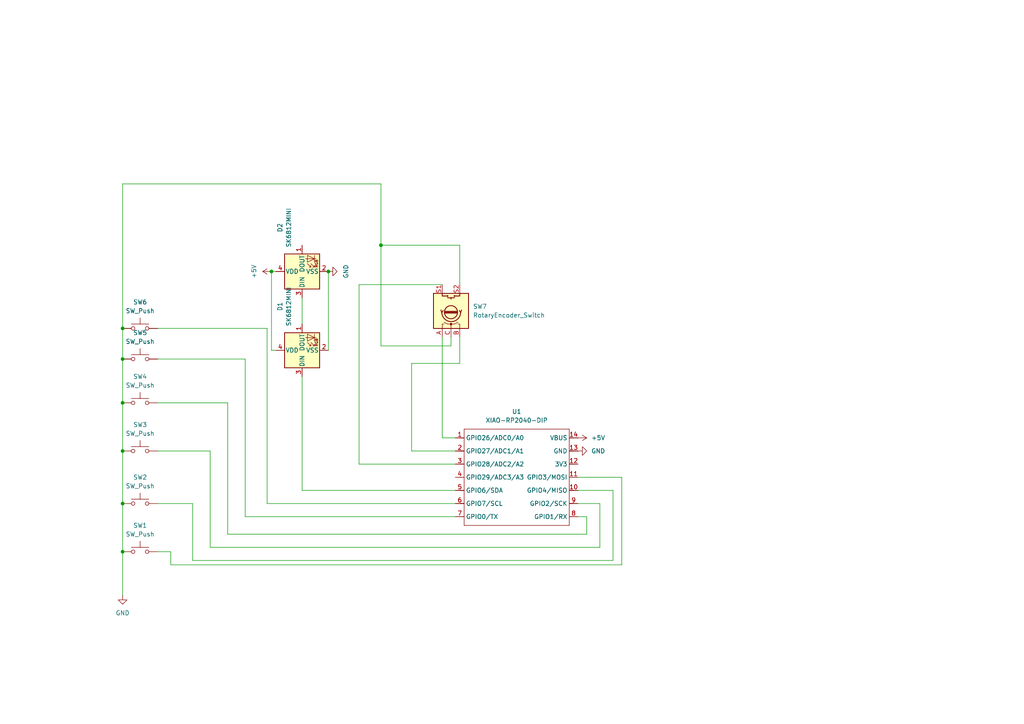
<source format=kicad_sch>
(kicad_sch (version 20250114) (generator "eeschema") (generator_version "9.0")
  (paper "A4")
  (lib_symbols
    (symbol "Device:RotaryEncoder_Switch" (pin_names (offset 0.254) (hide yes))
      (property "Reference" "SW" (at 0 6.604 0))
      (property "Value" "RotaryEncoder_Switch" (at 0 -6.604 0))
      (symbol "RotaryEncoder_Switch_0_1"
        (rectangle (start -5.08 5.08) (end 5.08 -5.08) (stroke (width 0.254)) (fill (type background)))
        (polyline (pts (xy -5.08 2.54) (xy -3.81 2.54) (xy -3.81 2.032)))
        (polyline (pts (xy -5.08 0) (xy -3.81 0) (xy -3.81 -1.016) (xy -3.302 -2.032)))
        (polyline (pts (xy -5.08 -2.54) (xy -3.81 -2.54) (xy -3.81 -2.032)))
        (polyline (pts (xy -4.318 0) (xy -3.81 0) (xy -3.81 1.016) (xy -3.302 2.032)))
        (circle (center -3.81 0) (radius 0.254) (fill (type outline)))
        (polyline (pts (xy -0.635 -1.778) (xy -0.635 1.778)) (stroke (width 0.254)))
        (circle (center -0.381 0) (radius 1.905) (stroke (width 0.254)))
        (polyline (pts (xy -0.381 -1.778) (xy -0.381 1.778)) (stroke (width 0.254)))
        (arc (start -0.381 -2.794) (mid -3.0988 -0.0635) (end -0.381 2.667) (stroke (width 0.254)))
        (polyline (pts (xy -0.127 1.778) (xy -0.127 -1.778)) (stroke (width 0.254)))
        (polyline (pts (xy 0.254 2.921) (xy -0.508 2.667) (xy 0.127 2.286)) (stroke (width 0.254)))
        (polyline (pts (xy 0.254 -3.048) (xy -0.508 -2.794) (xy 0.127 -2.413)) (stroke (width 0.254)))
        (polyline (pts (xy 3.81 1.016) (xy 3.81 -1.016)) (stroke (width 0.254)))
        (polyline (pts (xy 3.81 0) (xy 3.429 0)) (stroke (width 0.254)))
        (circle (center 4.318 1.016) (radius 0.127) (stroke (width 0.254)))
        (circle (center 4.318 -1.016) (radius 0.127) (stroke (width 0.254)))
        (polyline (pts (xy 5.08 2.54) (xy 4.318 2.54) (xy 4.318 1.016)) (stroke (width 0.254)))
        (polyline (pts (xy 5.08 -2.54) (xy 4.318 -2.54) (xy 4.318 -1.016)) (stroke (width 0.254)))
      )
      (symbol "RotaryEncoder_Switch_1_1"
        (pin passive line (at -7.62 2.54 0) (length 2.54) (name "A") (number "A"))
        (pin passive line (at -7.62 0 0) (length 2.54) (name "C") (number "C"))
        (pin passive line (at -7.62 -2.54 0) (length 2.54) (name "B") (number "B"))
        (pin passive line (at 7.62 2.54 180) (length 2.54) (name "S1") (number "S1"))
        (pin passive line (at 7.62 -2.54 180) (length 2.54) (name "S2") (number "S2"))
      )
    )
    (symbol "LED:SK6812MINI" (pin_names (offset 0.254))
      (property "Reference" "D" (at 5.08 5.715 0))
      (property "Value" "SK6812MINI" (at 1.27 -5.715 0))
      (symbol "SK6812MINI_0_0"
        (text "RGB" (at 2.286 -4.191 0) (effects (font (size 0.762 0.762))))
      )
      (symbol "SK6812MINI_0_1"
        (polyline (pts (xy 1.27 -2.54) (xy 1.778 -2.54)))
        (polyline (pts (xy 1.27 -3.556) (xy 1.778 -3.556)))
        (polyline (pts (xy 2.286 -1.524) (xy 1.27 -2.54) (xy 1.27 -2.032)))
        (polyline (pts (xy 2.286 -2.54) (xy 1.27 -3.556) (xy 1.27 -3.048)))
        (polyline (pts (xy 3.683 -1.016) (xy 3.683 -3.556) (xy 3.683 -4.064)))
        (polyline (pts (xy 4.699 -1.524) (xy 2.667 -1.524) (xy 3.683 -3.556) (xy 4.699 -1.524)))
        (polyline (pts (xy 4.699 -3.556) (xy 2.667 -3.556)))
        (rectangle (start 5.08 5.08) (end -5.08 -5.08) (stroke (width 0.254)) (fill (type background)))
      )
      (symbol "SK6812MINI_1_1"
        (pin input line (at -7.62 0 0) (length 2.54) (name "DIN") (number "3"))
        (pin power_in line (at 0 7.62 270) (length 2.54) (name "VDD") (number "4"))
        (pin power_in line (at 0 -7.62 90) (length 2.54) (name "VSS") (number "2"))
        (pin output line (at 7.62 0 180) (length 2.54) (name "DOUT") (number "1"))
      )
    )
    (symbol "OPL:XIAO-RP2040-DIP"
      (property "Reference" "U" (at 0 0 0))
      (property "Value" "XIAO-RP2040-DIP" (at 5.334 -1.778 0))
      (symbol "XIAO-RP2040-DIP_1_0"
        (polyline (pts (xy -1.27 -2.54) (xy 29.21 -2.54)) (stroke (width 0.1524)))
        (polyline (pts (xy -1.27 -5.08) (xy -2.54 -5.08)) (stroke (width 0.1524)))
        (polyline (pts (xy -1.27 -5.08) (xy -1.27 -2.54)) (stroke (width 0.1524)))
        (polyline (pts (xy -1.27 -8.89) (xy -2.54 -8.89)) (stroke (width 0.1524)))
        (polyline (pts (xy -1.27 -8.89) (xy -1.27 -5.08)) (stroke (width 0.1524)))
        (polyline (pts (xy -1.27 -12.7) (xy -2.54 -12.7)) (stroke (width 0.1524)))
        (polyline (pts (xy -1.27 -12.7) (xy -1.27 -8.89)) (stroke (width 0.1524)))
        (polyline (pts (xy -1.27 -16.51) (xy -2.54 -16.51)) (stroke (width 0.1524)))
        (polyline (pts (xy -1.27 -16.51) (xy -1.27 -12.7)) (stroke (width 0.1524)))
        (polyline (pts (xy -1.27 -20.32) (xy -2.54 -20.32)) (stroke (width 0.1524)))
        (polyline (pts (xy -1.27 -24.13) (xy -2.54 -24.13)) (stroke (width 0.1524)))
        (polyline (pts (xy -1.27 -27.94) (xy -2.54 -27.94)) (stroke (width 0.1524)))
        (polyline (pts (xy -1.27 -30.48) (xy -1.27 -16.51)) (stroke (width 0.1524)))
        (polyline (pts (xy 29.21 -2.54) (xy 29.21 -5.08)) (stroke (width 0.1524)))
        (polyline (pts (xy 29.21 -5.08) (xy 29.21 -8.89)) (stroke (width 0.1524)))
        (polyline (pts (xy 29.21 -8.89) (xy 29.21 -12.7)) (stroke (width 0.1524)))
        (polyline (pts (xy 29.21 -12.7) (xy 29.21 -30.48)) (stroke (width 0.1524)))
        (polyline (pts (xy 29.21 -30.48) (xy -1.27 -30.48)) (stroke (width 0.1524)))
        (polyline (pts (xy 30.48 -5.08) (xy 29.21 -5.08)) (stroke (width 0.1524)))
        (polyline (pts (xy 30.48 -8.89) (xy 29.21 -8.89)) (stroke (width 0.1524)))
        (polyline (pts (xy 30.48 -12.7) (xy 29.21 -12.7)) (stroke (width 0.1524)))
        (polyline (pts (xy 30.48 -16.51) (xy 29.21 -16.51)) (stroke (width 0.1524)))
        (polyline (pts (xy 30.48 -20.32) (xy 29.21 -20.32)) (stroke (width 0.1524)))
        (polyline (pts (xy 30.48 -24.13) (xy 29.21 -24.13)) (stroke (width 0.1524)))
        (polyline (pts (xy 30.48 -27.94) (xy 29.21 -27.94)) (stroke (width 0.1524)))
        (pin passive line (at -3.81 -5.08 0) (length 2.54) (name "GPIO26/ADC0/A0") (number "1"))
        (pin passive line (at -3.81 -8.89 0) (length 2.54) (name "GPIO27/ADC1/A1") (number "2"))
        (pin passive line (at -3.81 -12.7 0) (length 2.54) (name "GPIO28/ADC2/A2") (number "3"))
        (pin passive line (at -3.81 -16.51 0) (length 2.54) (name "GPIO29/ADC3/A3") (number "4"))
        (pin passive line (at -3.81 -20.32 0) (length 2.54) (name "GPIO6/SDA") (number "5"))
        (pin passive line (at -3.81 -24.13 0) (length 2.54) (name "GPIO7/SCL") (number "6"))
        (pin passive line (at -3.81 -27.94 0) (length 2.54) (name "GPIO0/TX") (number "7"))
        (pin passive line (at 31.75 -5.08 180) (length 2.54) (name "VBUS") (number "14"))
        (pin passive line (at 31.75 -8.89 180) (length 2.54) (name "GND") (number "13"))
        (pin passive line (at 31.75 -12.7 180) (length 2.54) (name "3V3") (number "12"))
        (pin passive line (at 31.75 -16.51 180) (length 2.54) (name "GPIO3/MOSI") (number "11"))
        (pin passive line (at 31.75 -20.32 180) (length 2.54) (name "GPIO4/MISO") (number "10"))
        (pin passive line (at 31.75 -24.13 180) (length 2.54) (name "GPIO2/SCK") (number "9"))
        (pin passive line (at 31.75 -27.94 180) (length 2.54) (name "GPIO1/RX") (number "8"))
      )
    )
    (symbol "Switch:SW_Push" (pin_numbers (hide yes)) (pin_names (offset 1.016) (hide yes))
      (property "Reference" "SW" (at 1.27 2.54 0))
      (property "Value" "SW_Push" (at 0 -1.524 0))
      (symbol "SW_Push_0_1"
        (circle (center -2.032 0) (radius 0.508))
        (polyline (pts (xy 0 1.27) (xy 0 3.048)))
        (circle (center 2.032 0) (radius 0.508))
        (polyline (pts (xy 2.54 1.27) (xy -2.54 1.27)))
        (pin passive line (at -5.08 0 0) (length 2.54) (name "1") (number "1"))
        (pin passive line (at 5.08 0 180) (length 2.54) (name "2") (number "2"))
      )
    )
    (symbol "power:+5V" (power) (pin_numbers (hide yes)) (pin_names (offset 0) (hide yes))
      (property "Value" "+5V" (at 0 3.556 0))
      (symbol "+5V_0_1"
        (polyline (pts (xy -0.762 1.27) (xy 0 2.54)))
        (polyline (pts (xy 0 2.54) (xy 0.762 1.27)))
        (polyline (pts (xy 0 0) (xy 0 2.54)))
      )
      (symbol "+5V_1_1"
        (pin power_in line (at 0 0 90) (length 0) (name "~") (number "1"))
      )
    )
    (symbol "power:GND" (power) (pin_numbers (hide yes)) (pin_names (offset 0) (hide yes))
      (property "Value" "GND" (at 0 -3.81 0))
      (symbol "GND_0_1"
        (polyline (pts (xy 0 0) (xy 0 -1.27) (xy 1.27 -1.27) (xy 0 -2.54) (xy -1.27 -1.27) (xy 0 -1.27)))
      )
      (symbol "GND_1_1"
        (pin power_in line (at 0 0 270) (length 0) (name "~") (number "1"))
      )
    )
  )
  (junction (at 78.74 78.74))
  (junction (at 95.25 78.74))
  (junction (at 35.56 104.14))
  (junction (at 35.56 95.25))
  (junction (at 35.56 160.02))
  (junction (at 110.49 71.12))
  (junction (at 35.56 146.05))
  (junction (at 35.56 130.81))
  (junction (at 35.56 116.84))
  (wire (pts (xy 180.34 163.83) (xy 180.34 138.43)))
  (wire (pts (xy 132.08 142.24) (xy 87.63 142.24)))
  (wire (pts (xy 119.38 105.41) (xy 119.38 130.81)))
  (wire (pts (xy 49.53 163.83) (xy 180.34 163.83)))
  (wire (pts (xy 35.56 130.81) (xy 35.56 146.05)))
  (wire (pts (xy 45.72 95.25) (xy 77.47 95.25)))
  (wire (pts (xy 132.08 146.05) (xy 77.47 146.05)))
  (wire (pts (xy 78.74 101.6) (xy 80.01 101.6)))
  (wire (pts (xy 66.04 154.94) (xy 170.18 154.94)))
  (wire (pts (xy 45.72 116.84) (xy 66.04 116.84)))
  (wire (pts (xy 78.74 78.74) (xy 78.74 101.6)))
  (wire (pts (xy 128.27 82.55) (xy 104.14 82.55)))
  (wire (pts (xy 45.72 146.05) (xy 55.88 146.05)))
  (wire (pts (xy 110.49 71.12) (xy 110.49 53.34)))
  (wire (pts (xy 87.63 109.22) (xy 87.63 142.24)))
  (wire (pts (xy 77.47 146.05) (xy 77.47 95.25)))
  (wire (pts (xy 132.08 149.86) (xy 71.12 149.86)))
  (wire (pts (xy 49.53 160.02) (xy 49.53 163.83)))
  (wire (pts (xy 87.63 93.98) (xy 87.63 86.36)))
  (wire (pts (xy 80.01 78.74) (xy 78.74 78.74)))
  (wire (pts (xy 45.72 130.81) (xy 60.96 130.81)))
  (wire (pts (xy 104.14 134.62) (xy 132.08 134.62)))
  (wire (pts (xy 167.64 142.24) (xy 177.8 142.24)))
  (wire (pts (xy 133.35 105.41) (xy 119.38 105.41)))
  (wire (pts (xy 130.81 100.33) (xy 110.49 100.33)))
  (wire (pts (xy 66.04 116.84) (xy 66.04 154.94)))
  (wire (pts (xy 35.56 146.05) (xy 35.56 160.02)))
  (wire (pts (xy 128.27 97.79) (xy 128.27 127)))
  (wire (pts (xy 177.8 162.56) (xy 177.8 142.24)))
  (wire (pts (xy 130.81 97.79) (xy 130.81 100.33)))
  (wire (pts (xy 167.64 146.05) (xy 173.99 146.05)))
  (wire (pts (xy 110.49 53.34) (xy 35.56 53.34)))
  (wire (pts (xy 71.12 149.86) (xy 71.12 104.14)))
  (wire (pts (xy 173.99 158.75) (xy 173.99 146.05)))
  (wire (pts (xy 60.96 130.81) (xy 60.96 158.75)))
  (wire (pts (xy 35.56 53.34) (xy 35.56 95.25)))
  (wire (pts (xy 35.56 160.02) (xy 35.56 172.72)))
  (wire (pts (xy 35.56 95.25) (xy 35.56 104.14)))
  (wire (pts (xy 133.35 71.12) (xy 110.49 71.12)))
  (wire (pts (xy 119.38 130.81) (xy 132.08 130.81)))
  (wire (pts (xy 167.64 138.43) (xy 180.34 138.43)))
  (wire (pts (xy 110.49 71.12) (xy 110.49 100.33)))
  (wire (pts (xy 133.35 97.79) (xy 133.35 105.41)))
  (wire (pts (xy 167.64 149.86) (xy 170.18 149.86)))
  (wire (pts (xy 35.56 104.14) (xy 35.56 116.84)))
  (wire (pts (xy 35.56 116.84) (xy 35.56 130.81)))
  (wire (pts (xy 128.27 127) (xy 132.08 127)))
  (wire (pts (xy 55.88 162.56) (xy 177.8 162.56)))
  (wire (pts (xy 95.25 101.6) (xy 95.25 78.74)))
  (wire (pts (xy 55.88 146.05) (xy 55.88 162.56)))
  (wire (pts (xy 45.72 160.02) (xy 49.53 160.02)))
  (wire (pts (xy 60.96 158.75) (xy 173.99 158.75)))
  (wire (pts (xy 104.14 82.55) (xy 104.14 134.62)))
  (wire (pts (xy 170.18 154.94) (xy 170.18 149.86)))
  (wire (pts (xy 133.35 82.55) (xy 133.35 71.12)))
  (wire (pts (xy 45.72 104.14) (xy 71.12 104.14)))
  (symbol (lib_id "power:GND") (at 167.64 130.81 90) (unit 1)
    (property "Reference" "#PWR04" (effects (hide yes)))
    (property "Value" "GND" (at 171.45 130.8099 90) (effects (justify right)))
    (property "Description" "Power symbol creates a global label with name \"GND\" , ground" (effects (hide yes)))
  )
  (symbol (lib_id "Switch:SW_Push") (at 40.64 104.14 0) (unit 1)
    (property "Reference" "SW5" (at 40.64 96.52 0))
    (property "Value" "SW_Push" (at 40.64 99.06 0))
    (property "Footprint" "Button_Switch_Keyboard:SW_Cherry_MX_1.00u_PCB" (effects (hide yes)))
    (property "Description" "Push button switch, generic, two pins" (effects (hide yes)))
  )
  (symbol (lib_id "Switch:SW_Push") (at 40.64 95.25 0) (unit 1)
    (property "Reference" "SW6" (at 40.64 87.63 0))
    (property "Value" "SW_Push" (at 40.64 90.17 0))
    (property "Footprint" "Button_Switch_Keyboard:SW_Cherry_MX_1.00u_PCB" (effects (hide yes)))
    (property "Description" "Push button switch, generic, two pins" (effects (hide yes)))
  )
  (symbol (lib_id "power:+5V") (at 167.64 127 270) (unit 1)
    (property "Reference" "#PWR06" (effects (hide yes)))
    (property "Value" "+5V" (at 171.45 126.9999 90) (effects (justify left)))
    (property "Description" "Power symbol creates a global label with name \"+5V\"" (effects (hide yes)))
  )
  (symbol (lib_id "OPL:XIAO-RP2040-DIP") (at 135.89 121.92 0) (unit 1)
    (property "Reference" "U1" (at 149.86 119.38 0))
    (property "Value" "XIAO-RP2040-DIP" (at 149.86 121.92 0))
    (property "Footprint" "opl:XIAO-RP2040-DIP" (effects (hide yes)))
  )
  (symbol (lib_id "power:GND") (at 35.56 172.72 0) (unit 1)
    (property "Reference" "#PWR01" (effects (hide yes)))
    (property "Value" "GND" (at 35.56 177.8 0))
    (property "Description" "Power symbol creates a global label with name \"GND\" , ground" (effects (hide yes)))
  )
  (symbol (lib_id "Switch:SW_Push") (at 40.64 116.84 0) (unit 1)
    (property "Reference" "SW4" (at 40.64 109.22 0))
    (property "Value" "SW_Push" (at 40.64 111.76 0))
    (property "Footprint" "Button_Switch_Keyboard:SW_Cherry_MX_1.00u_PCB" (effects (hide yes)))
    (property "Description" "Push button switch, generic, two pins" (effects (hide yes)))
  )
  (symbol (lib_id "LED:SK6812MINI") (at 87.63 101.6 90) (unit 1)
    (property "Reference" "D1" (at 81.2098 88.9 0))
    (property "Value" "SK6812MINI" (at 83.7498 88.9 0))
    (property "Footprint" "LED_SMD:LED_SK6812MINI_PLCC4_3.5x3.5mm_P1.75mm" (effects (hide yes)))
    (property "Datasheet" "https://cdn-shop.adafruit.com/product-files/2686/SK6812MINI_REV.01-1-2.pdf" (effects (hide yes)))
    (property "Description" "RGB LED with integrated controller" (effects (hide yes)))
  )
  (symbol (lib_id "Switch:SW_Push") (at 40.64 160.02 0) (unit 1)
    (property "Reference" "SW1" (at 40.64 152.4 0))
    (property "Value" "SW_Push" (at 40.64 154.94 0))
    (property "Footprint" "Button_Switch_Keyboard:SW_Cherry_MX_1.00u_PCB" (effects (hide yes)))
    (property "Description" "Push button switch, generic, two pins" (effects (hide yes)))
  )
  (symbol (lib_id "power:GND") (at 95.25 78.74 90) (unit 1)
    (property "Reference" "#PWR02" (effects (hide yes)))
    (property "Value" "GND" (at 100.33 78.74 0))
    (property "Description" "Power symbol creates a global label with name \"GND\" , ground" (effects (hide yes)))
  )
  (symbol (lib_id "Device:RotaryEncoder_Switch") (at 130.81 90.17 90) (unit 1)
    (property "Reference" "SW7" (at 137.16 88.8999 90) (effects (justify right)))
    (property "Value" "RotaryEncoder_Switch" (at 137.16 91.4399 90) (effects (justify right)))
    (property "Footprint" "Rotary_Encoder:RotaryEncoder_Alps_EC11E-Switch_Vertical_H20mm" (effects (hide yes)))
    (property "Description" "Rotary encoder, dual channel, incremental quadrate outputs, with switch" (effects (hide yes)))
  )
  (symbol (lib_id "Switch:SW_Push") (at 40.64 146.05 0) (unit 1)
    (property "Reference" "SW2" (at 40.64 138.43 0))
    (property "Value" "SW_Push" (at 40.64 140.97 0))
    (property "Footprint" "Button_Switch_Keyboard:SW_Cherry_MX_1.00u_PCB" (effects (hide yes)))
    (property "Description" "Push button switch, generic, two pins" (effects (hide yes)))
  )
  (symbol (lib_id "Switch:SW_Push") (at 40.64 130.81 0) (unit 1)
    (property "Reference" "SW3" (at 40.64 123.19 0))
    (property "Value" "SW_Push" (at 40.64 125.73 0))
    (property "Footprint" "Button_Switch_Keyboard:SW_Cherry_MX_1.00u_PCB" (effects (hide yes)))
    (property "Description" "Push button switch, generic, two pins" (effects (hide yes)))
  )
  (symbol (lib_id "LED:SK6812MINI") (at 87.63 78.74 90) (unit 1)
    (property "Reference" "D2" (at 81.2098 66.04 0))
    (property "Value" "SK6812MINI" (at 83.7498 66.04 0))
    (property "Footprint" "LED_SMD:LED_SK6812MINI_PLCC4_3.5x3.5mm_P1.75mm" (effects (hide yes)))
    (property "Datasheet" "https://cdn-shop.adafruit.com/product-files/2686/SK6812MINI_REV.01-1-2.pdf" (effects (hide yes)))
    (property "Description" "RGB LED with integrated controller" (effects (hide yes)))
  )
  (symbol (lib_id "power:+5V") (at 78.74 78.74 90) (unit 1)
    (property "Reference" "#PWR03" (effects (hide yes)))
    (property "Value" "+5V" (at 73.66 78.74 0))
    (property "Description" "Power symbol creates a global label with name \"+5V\"" (effects (hide yes)))
  )
)
</source>
